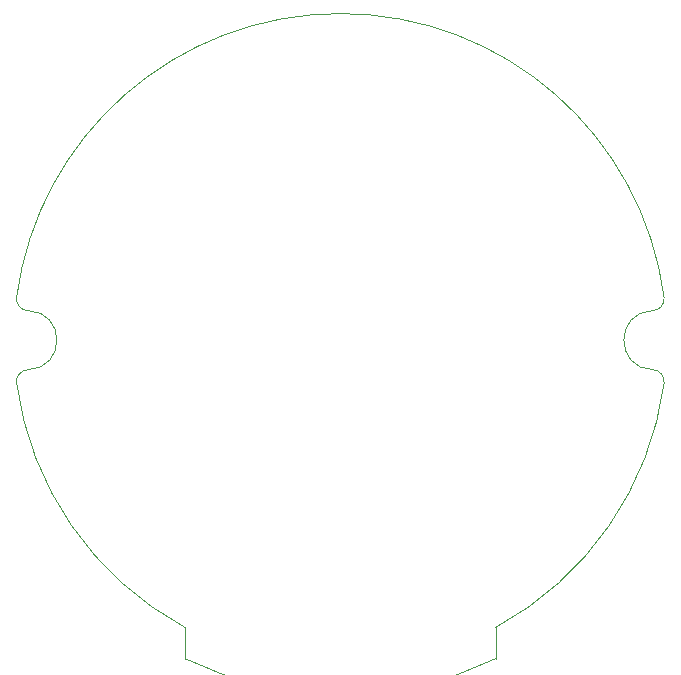
<source format=gm1>
%TF.GenerationSoftware,KiCad,Pcbnew,8.0.9-8.0.9-0~ubuntu22.04.1*%
%TF.CreationDate,2025-03-07T11:24:08+01:00*%
%TF.ProjectId,omodri_sa_v2_laas,6f6d6f64-7269-45f7-9361-5f76325f6c61,1.0*%
%TF.SameCoordinates,Original*%
%TF.FileFunction,Profile,NP*%
%FSLAX46Y46*%
G04 Gerber Fmt 4.6, Leading zero omitted, Abs format (unit mm)*
G04 Created by KiCad (PCBNEW 8.0.9-8.0.9-0~ubuntu22.04.1) date 2025-03-07 11:24:08*
%MOMM*%
%LPD*%
G01*
G04 APERTURE LIST*
%TA.AperFunction,Profile*%
%ADD10C,0.050000*%
%TD*%
G04 APERTURE END LIST*
D10*
X163150000Y-146964375D02*
G75*
G02*
X136850000Y-146964375I-13150000J26964375D01*
G01*
X123557648Y-117500664D02*
G75*
G02*
X123557648Y-122499336I-57648J-2499336D01*
G01*
X176442352Y-122499334D02*
G75*
G02*
X176442352Y-117500666I57648J2499334D01*
G01*
X123557648Y-117500664D02*
G75*
G02*
X122589420Y-116369639I23152J999764D01*
G01*
X122589364Y-116369632D02*
G75*
G02*
X177410636Y-116369632I27410636J-3630366D01*
G01*
X136850000Y-144322827D02*
G75*
G02*
X122589366Y-123630366I13150000J24322827D01*
G01*
X177410636Y-116369632D02*
G75*
G02*
X176442351Y-117500623I-991336J-131268D01*
G01*
X177410636Y-123630366D02*
G75*
G02*
X163150001Y-144322829I-27410636J3630366D01*
G01*
X163150000Y-144322828D02*
X163150000Y-146964375D01*
X136850000Y-146964374D02*
X136850000Y-144322827D01*
X122589364Y-123630366D02*
G75*
G02*
X123557649Y-122499377I991336J131266D01*
G01*
X176442352Y-122499334D02*
G75*
G02*
X177410678Y-123630372I-23052J-999766D01*
G01*
M02*

</source>
